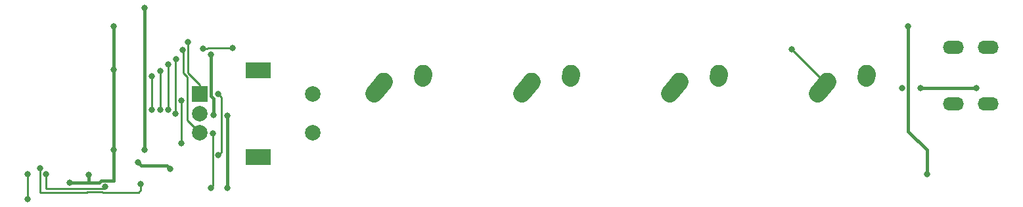
<source format=gtl>
G04 #@! TF.GenerationSoftware,KiCad,Pcbnew,(5.1.5)-3*
G04 #@! TF.CreationDate,2020-06-06T22:21:35-05:00*
G04 #@! TF.ProjectId,MacroPad,4d616372-6f50-4616-942e-6b696361645f,rev?*
G04 #@! TF.SameCoordinates,Original*
G04 #@! TF.FileFunction,Copper,L1,Top*
G04 #@! TF.FilePolarity,Positive*
%FSLAX46Y46*%
G04 Gerber Fmt 4.6, Leading zero omitted, Abs format (unit mm)*
G04 Created by KiCad (PCBNEW (5.1.5)-3) date 2020-06-06 22:21:35*
%MOMM*%
%LPD*%
G04 APERTURE LIST*
%ADD10R,2.000000X2.000000*%
%ADD11C,2.000000*%
%ADD12R,3.200000X2.000000*%
%ADD13O,2.700000X1.700000*%
%ADD14C,2.250000*%
%ADD15C,2.250000*%
%ADD16C,0.800000*%
%ADD17C,0.381000*%
%ADD18C,0.254000*%
G04 APERTURE END LIST*
D10*
X107950000Y-95250000D03*
D11*
X107950000Y-97750000D03*
X107950000Y-100250000D03*
D12*
X115450000Y-92150000D03*
X115450000Y-103350000D03*
D11*
X122450000Y-95250000D03*
X122450000Y-100250000D03*
D13*
X209550000Y-89218750D03*
X209550000Y-96518750D03*
X205050000Y-96518750D03*
X205050000Y-89218750D03*
D14*
X188793750Y-93631250D03*
D15*
X187483750Y-95091250D02*
X188793752Y-93631250D01*
D14*
X193833750Y-92551250D03*
D15*
X193793750Y-93131250D02*
X193833750Y-92551250D01*
D14*
X169743750Y-93631250D03*
D15*
X168433750Y-95091250D02*
X169743752Y-93631250D01*
D14*
X174783750Y-92551250D03*
D15*
X174743750Y-93131250D02*
X174783750Y-92551250D01*
D14*
X150693750Y-93631250D03*
D15*
X149383750Y-95091250D02*
X150693752Y-93631250D01*
D14*
X155733750Y-92551250D03*
D15*
X155693750Y-93131250D02*
X155733750Y-92551250D01*
D14*
X131643750Y-93631250D03*
D15*
X130333750Y-95091250D02*
X131643752Y-93631250D01*
D14*
X136683750Y-92551250D03*
D15*
X136643750Y-93131250D02*
X136683750Y-92551250D01*
D16*
X207962500Y-94456250D03*
X200818750Y-94456250D03*
X198437500Y-94456250D03*
X109728000Y-97917000D03*
X109347000Y-90170000D03*
X111479058Y-107288058D03*
X111506000Y-98044000D03*
X99949000Y-104013000D03*
X104140000Y-104902000D03*
X88093750Y-105556250D03*
X95758000Y-107153000D03*
X100806250Y-102393750D03*
X96837500Y-102393750D03*
X96837500Y-86518750D03*
X100806250Y-84137500D03*
X199231250Y-86518750D03*
X201612500Y-105568750D03*
X96837500Y-92075000D03*
X91165260Y-106659260D03*
X93604189Y-105612213D03*
X87312500Y-104775000D03*
X100330000Y-106807000D03*
X101727000Y-97224760D03*
X101727000Y-92964000D03*
X102870000Y-97224760D03*
X102870000Y-92237000D03*
X103886000Y-97282000D03*
X103886000Y-91440000D03*
X104775000Y-97790000D03*
X104902000Y-90713000D03*
X184202969Y-89460969D03*
X85725000Y-105568750D03*
X85725000Y-108743750D03*
X110331250Y-95250000D03*
X110328000Y-103124000D03*
X106426000Y-88519000D03*
X109347000Y-107315000D03*
X109601000Y-100330000D03*
X105699000Y-89535000D03*
X108331000Y-89408000D03*
X112141000Y-89281000D03*
X105591749Y-101577001D03*
X105568750Y-96043750D03*
D17*
X207962500Y-94456250D02*
X200818750Y-94456250D01*
X109728000Y-95816692D02*
X109347000Y-95435692D01*
X109728000Y-97917000D02*
X109728000Y-95816692D01*
X109347000Y-95435692D02*
X109347000Y-90170000D01*
X111479058Y-107288058D02*
X111479058Y-98070942D01*
X111479058Y-98070942D02*
X111506000Y-98044000D01*
X100348999Y-104412999D02*
X103650999Y-104412999D01*
X99949000Y-104013000D02*
X100348999Y-104412999D01*
X103650999Y-104412999D02*
X104140000Y-104902000D01*
D18*
X88093750Y-105556250D02*
X88093750Y-107143750D01*
X88093750Y-107143750D02*
X88093750Y-107365122D01*
X88114889Y-107386261D02*
X95067261Y-107386261D01*
X88093750Y-107365122D02*
X88114889Y-107386261D01*
X95067261Y-107386261D02*
X95524739Y-107386261D01*
X95524739Y-107386261D02*
X95758000Y-107153000D01*
D17*
X100806250Y-88900000D02*
X100806250Y-102393750D01*
X100806250Y-88900000D02*
X100806250Y-84137500D01*
X199231250Y-86518750D02*
X199231250Y-100012500D01*
X199231250Y-100012500D02*
X201612500Y-102393750D01*
X201612500Y-102393750D02*
X201612500Y-105568750D01*
X96837500Y-92075000D02*
X96837500Y-86518750D01*
X96837500Y-102393750D02*
X96837500Y-92075000D01*
X94953240Y-106659260D02*
X94340260Y-106659260D01*
X95250000Y-106362500D02*
X94953240Y-106659260D01*
X96837500Y-102393750D02*
X96837500Y-106362500D01*
X96837500Y-106362500D02*
X95250000Y-106362500D01*
X93604189Y-106674811D02*
X93599000Y-106680000D01*
X93604189Y-105612213D02*
X93604189Y-106674811D01*
X94340260Y-106659260D02*
X93599000Y-106680000D01*
X93599000Y-106680000D02*
X91165260Y-106659260D01*
D18*
X100330000Y-107569000D02*
X100330000Y-106807000D01*
X100018999Y-107880001D02*
X100330000Y-107569000D01*
X95409039Y-107880001D02*
X100018999Y-107880001D01*
X87312500Y-107950000D02*
X93345000Y-107950000D01*
X93345000Y-107950000D02*
X93454729Y-107840271D01*
X95369309Y-107840271D02*
X95409039Y-107880001D01*
X87312500Y-104775000D02*
X87312500Y-107950000D01*
X93454729Y-107840271D02*
X95369309Y-107840271D01*
X101727000Y-97224760D02*
X101727000Y-96659075D01*
X101727000Y-96659075D02*
X101727000Y-92964000D01*
X102870000Y-97224760D02*
X102870000Y-96659075D01*
X102870000Y-96659075D02*
X102870000Y-92237000D01*
X103886000Y-97282000D02*
X103886000Y-91440000D01*
X104775000Y-97790000D02*
X104775000Y-90840000D01*
X104775000Y-90840000D02*
X104902000Y-90713000D01*
X188373250Y-93631250D02*
X188793750Y-93631250D01*
X184202969Y-89460969D02*
X188373250Y-93631250D01*
X85725000Y-105568750D02*
X85725000Y-108743750D01*
X110731249Y-95649999D02*
X110331250Y-95250000D01*
X110731249Y-102720751D02*
X110731249Y-95649999D01*
X110328000Y-103124000D02*
X110731249Y-102720751D01*
X107950000Y-93996000D02*
X106426000Y-92472000D01*
X107950000Y-95250000D02*
X107950000Y-93996000D01*
X106426000Y-92472000D02*
X106426000Y-88519000D01*
X109601000Y-107061000D02*
X109347000Y-107315000D01*
X109601000Y-100330000D02*
X109601000Y-107061000D01*
X106295751Y-92983817D02*
X105791000Y-92479066D01*
X107950000Y-100250000D02*
X106295751Y-98595751D01*
X106295751Y-98595751D02*
X106295751Y-92983817D01*
X105791000Y-92479066D02*
X105791000Y-89535000D01*
X105791000Y-89535000D02*
X105699000Y-89535000D01*
X108896685Y-89408000D02*
X109023685Y-89281000D01*
X108331000Y-89408000D02*
X108896685Y-89408000D01*
X109023685Y-89281000D02*
X112141000Y-89281000D01*
X105591749Y-101577001D02*
X105591749Y-96066749D01*
X105591749Y-96066749D02*
X105568750Y-96043750D01*
M02*

</source>
